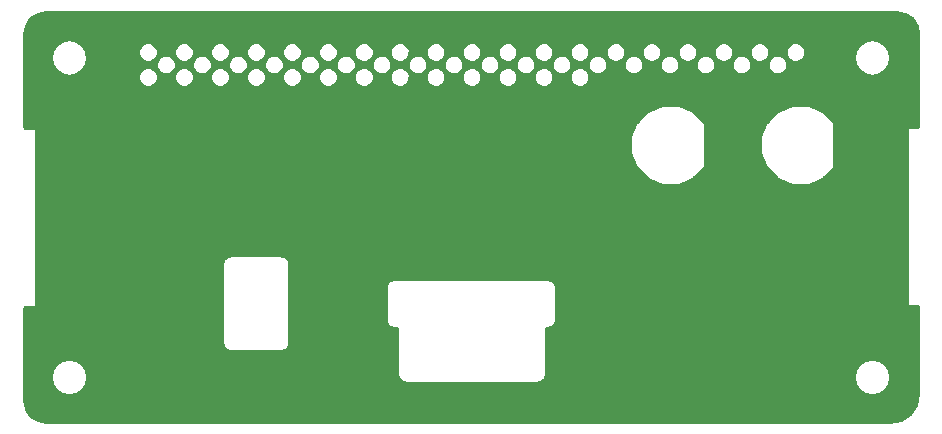
<source format=gbl>
G04 #@! TF.FileFunction,Copper,L2,Bot,Signal*
%FSLAX46Y46*%
G04 Gerber Fmt 4.6, Leading zero omitted, Abs format (unit mm)*
G04 Created by KiCad (PCBNEW (2016-10-28 revision 192d4b8)-makepkg) date 11/04/16 19:07:24*
%MOMM*%
%LPD*%
G01*
G04 APERTURE LIST*
%ADD10C,0.150000*%
%ADD11C,0.800000*%
%ADD12C,0.254000*%
G04 APERTURE END LIST*
D10*
D11*
X51024854Y-12189422D03*
X51540656Y-10264422D03*
X52949854Y-8855224D03*
X54874854Y-8339422D03*
X56799854Y-8855224D03*
X58209052Y-10264422D03*
X58224854Y-12189422D03*
X58209052Y-14114422D03*
X56799854Y-15523620D03*
X54874854Y-16039422D03*
X52949854Y-15523620D03*
X51540656Y-14114422D03*
X62540656Y-14114422D03*
X63949854Y-15523620D03*
X65874854Y-16039422D03*
X67799854Y-15523620D03*
X69209052Y-14114422D03*
X69224854Y-12189422D03*
X69209052Y-10264422D03*
X67799854Y-8855224D03*
X65874854Y-8339422D03*
X63949854Y-8855224D03*
X62540656Y-10264422D03*
X62024854Y-12189422D03*
D12*
G36*
X74716539Y-1096996D02*
X75320070Y-1500261D01*
X75723335Y-2103792D01*
X75867627Y-2829199D01*
X75867627Y-10522209D01*
X75852739Y-10597056D01*
X75817988Y-10649064D01*
X75765979Y-10683816D01*
X75691132Y-10698704D01*
X75014626Y-10698704D01*
X74962198Y-10709133D01*
X74917752Y-10738830D01*
X74888055Y-10783276D01*
X74877626Y-10835704D01*
X74877627Y-25675704D01*
X74888056Y-25728132D01*
X74917753Y-25772578D01*
X74962199Y-25802275D01*
X75014627Y-25812704D01*
X75691132Y-25812704D01*
X75765979Y-25827592D01*
X75817988Y-25862344D01*
X75852739Y-25914352D01*
X75867627Y-25989199D01*
X75867627Y-33302209D01*
X75686035Y-34215133D01*
X75176553Y-34977627D01*
X74414056Y-35487112D01*
X73501122Y-35668706D01*
X2028113Y-35678702D01*
X1302715Y-35534412D01*
X699184Y-35131147D01*
X295919Y-34527616D01*
X151627Y-33802209D01*
X151627Y-31850704D01*
X2422627Y-31850704D01*
X2539624Y-32438888D01*
X2872804Y-32937527D01*
X3371443Y-33270707D01*
X3959627Y-33387704D01*
X4547811Y-33270707D01*
X5046450Y-32937527D01*
X5379630Y-32438888D01*
X5496627Y-31850704D01*
X5379630Y-31262520D01*
X5046450Y-30763881D01*
X4547811Y-30430701D01*
X3959627Y-30313704D01*
X3371443Y-30430701D01*
X2872804Y-30763881D01*
X2539624Y-31262520D01*
X2422627Y-31850704D01*
X151627Y-31850704D01*
X151627Y-26089199D01*
X166515Y-26014352D01*
X201267Y-25962343D01*
X253275Y-25927592D01*
X328122Y-25912704D01*
X1004627Y-25912704D01*
X1057055Y-25902275D01*
X1101501Y-25872578D01*
X1131198Y-25828132D01*
X1141627Y-25775704D01*
X1141627Y-22243620D01*
X16922854Y-22243620D01*
X16922854Y-28943620D01*
X16926255Y-28960718D01*
X16926255Y-28978151D01*
X16964315Y-29169493D01*
X16964315Y-29169494D01*
X16990744Y-29233299D01*
X17099129Y-29395508D01*
X17147964Y-29444343D01*
X17310175Y-29552730D01*
X17310176Y-29552731D01*
X17347552Y-29568212D01*
X17373980Y-29579159D01*
X17373981Y-29579159D01*
X17565324Y-29617219D01*
X17582756Y-29617219D01*
X17599854Y-29620620D01*
X21949854Y-29620620D01*
X21966952Y-29617219D01*
X21984385Y-29617219D01*
X22175727Y-29579159D01*
X22175728Y-29579159D01*
X22239533Y-29552730D01*
X22401744Y-29444343D01*
X22450579Y-29395508D01*
X22558964Y-29233299D01*
X22558965Y-29233298D01*
X22585393Y-29169493D01*
X22623453Y-28978150D01*
X22623453Y-28960718D01*
X22626854Y-28943620D01*
X22626854Y-24243620D01*
X30772854Y-24243620D01*
X30772854Y-27023620D01*
X30776255Y-27040718D01*
X30776255Y-27058151D01*
X30814315Y-27249493D01*
X30814315Y-27249494D01*
X30840744Y-27313299D01*
X30949129Y-27475508D01*
X30997964Y-27524343D01*
X31160175Y-27632730D01*
X31160176Y-27632731D01*
X31197552Y-27648212D01*
X31223980Y-27659159D01*
X31223981Y-27659159D01*
X31415324Y-27697219D01*
X31432756Y-27697219D01*
X31449854Y-27700620D01*
X31772854Y-27700620D01*
X31772854Y-31643620D01*
X31776255Y-31660718D01*
X31776255Y-31678151D01*
X31814315Y-31869493D01*
X31814315Y-31869494D01*
X31840744Y-31933299D01*
X31949129Y-32095508D01*
X31997964Y-32144343D01*
X32160175Y-32252730D01*
X32160176Y-32252731D01*
X32197552Y-32268212D01*
X32223980Y-32279159D01*
X32223981Y-32279159D01*
X32415324Y-32317219D01*
X32432756Y-32317219D01*
X32449854Y-32320620D01*
X43649854Y-32320620D01*
X43666952Y-32317219D01*
X43684385Y-32317219D01*
X43875727Y-32279159D01*
X43875728Y-32279159D01*
X43939533Y-32252730D01*
X44101744Y-32144343D01*
X44150579Y-32095508D01*
X44258964Y-31933299D01*
X44258965Y-31933298D01*
X44274446Y-31895922D01*
X44282820Y-31875704D01*
X70397627Y-31875704D01*
X70514624Y-32463888D01*
X70847804Y-32962527D01*
X71346443Y-33295707D01*
X71934627Y-33412704D01*
X72522811Y-33295707D01*
X73021450Y-32962527D01*
X73354630Y-32463888D01*
X73471627Y-31875704D01*
X73354630Y-31287520D01*
X73021450Y-30788881D01*
X72522811Y-30455701D01*
X71934627Y-30338704D01*
X71346443Y-30455701D01*
X70847804Y-30788881D01*
X70514624Y-31287520D01*
X70397627Y-31875704D01*
X44282820Y-31875704D01*
X44285393Y-31869494D01*
X44285393Y-31869493D01*
X44323453Y-31678150D01*
X44323453Y-31660718D01*
X44326854Y-31643620D01*
X44326854Y-27700620D01*
X44499854Y-27700620D01*
X44516952Y-27697219D01*
X44534385Y-27697219D01*
X44725727Y-27659159D01*
X44725728Y-27659159D01*
X44789533Y-27632730D01*
X44951744Y-27524343D01*
X45000579Y-27475508D01*
X45108964Y-27313299D01*
X45108965Y-27313298D01*
X45135393Y-27249493D01*
X45173453Y-27058150D01*
X45173453Y-27040718D01*
X45176854Y-27023620D01*
X45176854Y-24243620D01*
X45173453Y-24226522D01*
X45173453Y-24209090D01*
X45135393Y-24017747D01*
X45108965Y-23953942D01*
X45108964Y-23953941D01*
X45000577Y-23791730D01*
X44951742Y-23742895D01*
X44789533Y-23634510D01*
X44725728Y-23608081D01*
X44725727Y-23608081D01*
X44534385Y-23570021D01*
X44516952Y-23570021D01*
X44499854Y-23566620D01*
X31449854Y-23566620D01*
X31432756Y-23570021D01*
X31415324Y-23570021D01*
X31223981Y-23608081D01*
X31223980Y-23608081D01*
X31198918Y-23618462D01*
X31160176Y-23634509D01*
X31160175Y-23634510D01*
X30997966Y-23742895D01*
X30949131Y-23791730D01*
X30840744Y-23953941D01*
X30840744Y-23953942D01*
X30814315Y-24017747D01*
X30776255Y-24209089D01*
X30776255Y-24226522D01*
X30772854Y-24243620D01*
X22626854Y-24243620D01*
X22626854Y-22243620D01*
X22623453Y-22226522D01*
X22623453Y-22209090D01*
X22585393Y-22017747D01*
X22558965Y-21953942D01*
X22558964Y-21953941D01*
X22450577Y-21791730D01*
X22401742Y-21742895D01*
X22239533Y-21634510D01*
X22175728Y-21608081D01*
X22175727Y-21608081D01*
X21984385Y-21570021D01*
X21966952Y-21570021D01*
X21949854Y-21566620D01*
X17599854Y-21566620D01*
X17582756Y-21570021D01*
X17565324Y-21570021D01*
X17373981Y-21608081D01*
X17373980Y-21608081D01*
X17348918Y-21618462D01*
X17310176Y-21634509D01*
X17310175Y-21634510D01*
X17147966Y-21742895D01*
X17099131Y-21791730D01*
X16990744Y-21953941D01*
X16990744Y-21953942D01*
X16964315Y-22017747D01*
X16926255Y-22209089D01*
X16926255Y-22226522D01*
X16922854Y-22243620D01*
X1141627Y-22243620D01*
X1141627Y-12818441D01*
X51483802Y-12818441D01*
X51499061Y-12895766D01*
X51499062Y-12895767D01*
X51982645Y-14068255D01*
X51982646Y-14068260D01*
X51988472Y-14077007D01*
X52026335Y-14133860D01*
X52026338Y-14133862D01*
X52921800Y-15032038D01*
X52921802Y-15032041D01*
X52948076Y-15049655D01*
X52987269Y-15075929D01*
X52987274Y-15075930D01*
X54158289Y-15563058D01*
X54158293Y-15563061D01*
X54235571Y-15578554D01*
X55503873Y-15580474D01*
X55581198Y-15565215D01*
X55581200Y-15565213D01*
X56753687Y-15081631D01*
X56753692Y-15081630D01*
X56793068Y-15055406D01*
X56819292Y-15037941D01*
X56819294Y-15037938D01*
X57717473Y-14142473D01*
X57717558Y-14142346D01*
X57717690Y-14142258D01*
X57739606Y-14109459D01*
X57761361Y-14077007D01*
X57761392Y-14076853D01*
X57761478Y-14076724D01*
X57769035Y-14038732D01*
X57776855Y-13999728D01*
X57776824Y-13999572D01*
X57776854Y-13999422D01*
X57776854Y-12818441D01*
X62483802Y-12818441D01*
X62499061Y-12895766D01*
X62499062Y-12895767D01*
X62982645Y-14068255D01*
X62982646Y-14068260D01*
X62988472Y-14077007D01*
X63026335Y-14133860D01*
X63026338Y-14133862D01*
X63921800Y-15032038D01*
X63921802Y-15032041D01*
X63948076Y-15049655D01*
X63987269Y-15075929D01*
X63987274Y-15075930D01*
X65158289Y-15563058D01*
X65158293Y-15563061D01*
X65235571Y-15578554D01*
X66503873Y-15580474D01*
X66581198Y-15565215D01*
X66581200Y-15565213D01*
X67753687Y-15081631D01*
X67753692Y-15081630D01*
X67793068Y-15055406D01*
X67819292Y-15037941D01*
X67819294Y-15037938D01*
X68717473Y-14142473D01*
X68717558Y-14142346D01*
X68717690Y-14142258D01*
X68739606Y-14109459D01*
X68761361Y-14077007D01*
X68761392Y-14076853D01*
X68761478Y-14076724D01*
X68769035Y-14038732D01*
X68776855Y-13999728D01*
X68776824Y-13999572D01*
X68776854Y-13999422D01*
X68776854Y-10379427D01*
X68776855Y-10379422D01*
X68761478Y-10302120D01*
X68717690Y-10236586D01*
X67827690Y-9346586D01*
X67794812Y-9324618D01*
X67762439Y-9302916D01*
X67762157Y-9302799D01*
X67762156Y-9302798D01*
X67762155Y-9302798D01*
X66591416Y-8815784D01*
X66591417Y-8815784D01*
X66591415Y-8815783D01*
X66529630Y-8803396D01*
X66514137Y-8800290D01*
X66514136Y-8800290D01*
X65245835Y-8798370D01*
X65168510Y-8813629D01*
X63996021Y-9297213D01*
X63996016Y-9297214D01*
X63930417Y-9340903D01*
X63032235Y-10236370D01*
X62988347Y-10301837D01*
X62988346Y-10301842D01*
X62501217Y-11472859D01*
X62501215Y-11472861D01*
X62485722Y-11550140D01*
X62483802Y-12818441D01*
X57776854Y-12818441D01*
X57776854Y-10379427D01*
X57776855Y-10379422D01*
X57761478Y-10302120D01*
X57717690Y-10236586D01*
X56827690Y-9346586D01*
X56794812Y-9324618D01*
X56762439Y-9302916D01*
X56762157Y-9302799D01*
X56762156Y-9302798D01*
X56762155Y-9302798D01*
X55591416Y-8815784D01*
X55591417Y-8815784D01*
X55591415Y-8815783D01*
X55529630Y-8803396D01*
X55514137Y-8800290D01*
X55514136Y-8800290D01*
X54245835Y-8798370D01*
X54168510Y-8813629D01*
X52996021Y-9297213D01*
X52996016Y-9297214D01*
X52930417Y-9340903D01*
X52032235Y-10236370D01*
X51988347Y-10301837D01*
X51988346Y-10301842D01*
X51501217Y-11472859D01*
X51501215Y-11472861D01*
X51485722Y-11550140D01*
X51483802Y-12818441D01*
X1141627Y-12818441D01*
X1141627Y-10935704D01*
X1131198Y-10883276D01*
X1101501Y-10838830D01*
X1057055Y-10809133D01*
X1004627Y-10798704D01*
X328122Y-10798704D01*
X253275Y-10783816D01*
X201267Y-10749065D01*
X166515Y-10697056D01*
X151627Y-10622209D01*
X151627Y-6619483D01*
X9822984Y-6619483D01*
X9948622Y-6923550D01*
X10181057Y-7156392D01*
X10484905Y-7282560D01*
X10813906Y-7282847D01*
X11117973Y-7157209D01*
X11350815Y-6924774D01*
X11476983Y-6620926D01*
X11476984Y-6619483D01*
X12868484Y-6619483D01*
X12994122Y-6923550D01*
X13226557Y-7156392D01*
X13530405Y-7282560D01*
X13859406Y-7282847D01*
X14163473Y-7157209D01*
X14396315Y-6924774D01*
X14522483Y-6620926D01*
X14522484Y-6619483D01*
X15913984Y-6619483D01*
X16039622Y-6923550D01*
X16272057Y-7156392D01*
X16575905Y-7282560D01*
X16904906Y-7282847D01*
X17208973Y-7157209D01*
X17441815Y-6924774D01*
X17567983Y-6620926D01*
X17567984Y-6619483D01*
X18959484Y-6619483D01*
X19085122Y-6923550D01*
X19317557Y-7156392D01*
X19621405Y-7282560D01*
X19950406Y-7282847D01*
X20254473Y-7157209D01*
X20487315Y-6924774D01*
X20613483Y-6620926D01*
X20613484Y-6619483D01*
X22004984Y-6619483D01*
X22130622Y-6923550D01*
X22363057Y-7156392D01*
X22666905Y-7282560D01*
X22995906Y-7282847D01*
X23299973Y-7157209D01*
X23532815Y-6924774D01*
X23658983Y-6620926D01*
X23658984Y-6619483D01*
X25050484Y-6619483D01*
X25176122Y-6923550D01*
X25408557Y-7156392D01*
X25712405Y-7282560D01*
X26041406Y-7282847D01*
X26345473Y-7157209D01*
X26578315Y-6924774D01*
X26704483Y-6620926D01*
X26704484Y-6619483D01*
X28095984Y-6619483D01*
X28221622Y-6923550D01*
X28454057Y-7156392D01*
X28757905Y-7282560D01*
X29086906Y-7282847D01*
X29390973Y-7157209D01*
X29623815Y-6924774D01*
X29749983Y-6620926D01*
X29749984Y-6619483D01*
X31141484Y-6619483D01*
X31267122Y-6923550D01*
X31499557Y-7156392D01*
X31803405Y-7282560D01*
X32132406Y-7282847D01*
X32436473Y-7157209D01*
X32669315Y-6924774D01*
X32795483Y-6620926D01*
X32795484Y-6619483D01*
X34186984Y-6619483D01*
X34312622Y-6923550D01*
X34545057Y-7156392D01*
X34848905Y-7282560D01*
X35177906Y-7282847D01*
X35481973Y-7157209D01*
X35714815Y-6924774D01*
X35840983Y-6620926D01*
X35840984Y-6619483D01*
X37232484Y-6619483D01*
X37358122Y-6923550D01*
X37590557Y-7156392D01*
X37894405Y-7282560D01*
X38223406Y-7282847D01*
X38527473Y-7157209D01*
X38760315Y-6924774D01*
X38886483Y-6620926D01*
X38886484Y-6619483D01*
X40277984Y-6619483D01*
X40403622Y-6923550D01*
X40636057Y-7156392D01*
X40939905Y-7282560D01*
X41268906Y-7282847D01*
X41572973Y-7157209D01*
X41805815Y-6924774D01*
X41931983Y-6620926D01*
X41931984Y-6619483D01*
X43323484Y-6619483D01*
X43449122Y-6923550D01*
X43681557Y-7156392D01*
X43985405Y-7282560D01*
X44314406Y-7282847D01*
X44618473Y-7157209D01*
X44851315Y-6924774D01*
X44977483Y-6620926D01*
X44977484Y-6619483D01*
X46368984Y-6619483D01*
X46494622Y-6923550D01*
X46727057Y-7156392D01*
X47030905Y-7282560D01*
X47359906Y-7282847D01*
X47663973Y-7157209D01*
X47896815Y-6924774D01*
X48022983Y-6620926D01*
X48023270Y-6291925D01*
X47897632Y-5987858D01*
X47665197Y-5755016D01*
X47361349Y-5628848D01*
X47032348Y-5628561D01*
X46728281Y-5754199D01*
X46495439Y-5986634D01*
X46369271Y-6290482D01*
X46368984Y-6619483D01*
X44977484Y-6619483D01*
X44977770Y-6291925D01*
X44852132Y-5987858D01*
X44619697Y-5755016D01*
X44315849Y-5628848D01*
X43986848Y-5628561D01*
X43682781Y-5754199D01*
X43449939Y-5986634D01*
X43323771Y-6290482D01*
X43323484Y-6619483D01*
X41931984Y-6619483D01*
X41932270Y-6291925D01*
X41806632Y-5987858D01*
X41574197Y-5755016D01*
X41270349Y-5628848D01*
X40941348Y-5628561D01*
X40637281Y-5754199D01*
X40404439Y-5986634D01*
X40278271Y-6290482D01*
X40277984Y-6619483D01*
X38886484Y-6619483D01*
X38886770Y-6291925D01*
X38761132Y-5987858D01*
X38528697Y-5755016D01*
X38224849Y-5628848D01*
X37895848Y-5628561D01*
X37591781Y-5754199D01*
X37358939Y-5986634D01*
X37232771Y-6290482D01*
X37232484Y-6619483D01*
X35840984Y-6619483D01*
X35841270Y-6291925D01*
X35715632Y-5987858D01*
X35483197Y-5755016D01*
X35179349Y-5628848D01*
X34850348Y-5628561D01*
X34546281Y-5754199D01*
X34313439Y-5986634D01*
X34187271Y-6290482D01*
X34186984Y-6619483D01*
X32795484Y-6619483D01*
X32795770Y-6291925D01*
X32670132Y-5987858D01*
X32437697Y-5755016D01*
X32133849Y-5628848D01*
X31804848Y-5628561D01*
X31500781Y-5754199D01*
X31267939Y-5986634D01*
X31141771Y-6290482D01*
X31141484Y-6619483D01*
X29749984Y-6619483D01*
X29750270Y-6291925D01*
X29624632Y-5987858D01*
X29392197Y-5755016D01*
X29088349Y-5628848D01*
X28759348Y-5628561D01*
X28455281Y-5754199D01*
X28222439Y-5986634D01*
X28096271Y-6290482D01*
X28095984Y-6619483D01*
X26704484Y-6619483D01*
X26704770Y-6291925D01*
X26579132Y-5987858D01*
X26346697Y-5755016D01*
X26042849Y-5628848D01*
X25713848Y-5628561D01*
X25409781Y-5754199D01*
X25176939Y-5986634D01*
X25050771Y-6290482D01*
X25050484Y-6619483D01*
X23658984Y-6619483D01*
X23659270Y-6291925D01*
X23533632Y-5987858D01*
X23301197Y-5755016D01*
X22997349Y-5628848D01*
X22668348Y-5628561D01*
X22364281Y-5754199D01*
X22131439Y-5986634D01*
X22005271Y-6290482D01*
X22004984Y-6619483D01*
X20613484Y-6619483D01*
X20613770Y-6291925D01*
X20488132Y-5987858D01*
X20255697Y-5755016D01*
X19951849Y-5628848D01*
X19622848Y-5628561D01*
X19318781Y-5754199D01*
X19085939Y-5986634D01*
X18959771Y-6290482D01*
X18959484Y-6619483D01*
X17567984Y-6619483D01*
X17568270Y-6291925D01*
X17442632Y-5987858D01*
X17210197Y-5755016D01*
X16906349Y-5628848D01*
X16577348Y-5628561D01*
X16273281Y-5754199D01*
X16040439Y-5986634D01*
X15914271Y-6290482D01*
X15913984Y-6619483D01*
X14522484Y-6619483D01*
X14522770Y-6291925D01*
X14397132Y-5987858D01*
X14164697Y-5755016D01*
X13860849Y-5628848D01*
X13531848Y-5628561D01*
X13227781Y-5754199D01*
X12994939Y-5986634D01*
X12868771Y-6290482D01*
X12868484Y-6619483D01*
X11476984Y-6619483D01*
X11477270Y-6291925D01*
X11351632Y-5987858D01*
X11119197Y-5755016D01*
X10815349Y-5628848D01*
X10486348Y-5628561D01*
X10182281Y-5754199D01*
X9949439Y-5986634D01*
X9823271Y-6290482D01*
X9822984Y-6619483D01*
X151627Y-6619483D01*
X151627Y-4800704D01*
X2422627Y-4800704D01*
X2539624Y-5388888D01*
X2872804Y-5887527D01*
X3371443Y-6220707D01*
X3959627Y-6337704D01*
X4547811Y-6220707D01*
X5046450Y-5887527D01*
X5252278Y-5579483D01*
X11342984Y-5579483D01*
X11468622Y-5883550D01*
X11701057Y-6116392D01*
X12004905Y-6242560D01*
X12333906Y-6242847D01*
X12637973Y-6117209D01*
X12870815Y-5884774D01*
X12996983Y-5580926D01*
X12996984Y-5579483D01*
X14388484Y-5579483D01*
X14514122Y-5883550D01*
X14746557Y-6116392D01*
X15050405Y-6242560D01*
X15379406Y-6242847D01*
X15683473Y-6117209D01*
X15916315Y-5884774D01*
X16042483Y-5580926D01*
X16042484Y-5579483D01*
X17433984Y-5579483D01*
X17559622Y-5883550D01*
X17792057Y-6116392D01*
X18095905Y-6242560D01*
X18424906Y-6242847D01*
X18728973Y-6117209D01*
X18961815Y-5884774D01*
X19087983Y-5580926D01*
X19087984Y-5579483D01*
X20479484Y-5579483D01*
X20605122Y-5883550D01*
X20837557Y-6116392D01*
X21141405Y-6242560D01*
X21470406Y-6242847D01*
X21774473Y-6117209D01*
X22007315Y-5884774D01*
X22133483Y-5580926D01*
X22133484Y-5579483D01*
X23524984Y-5579483D01*
X23650622Y-5883550D01*
X23883057Y-6116392D01*
X24186905Y-6242560D01*
X24515906Y-6242847D01*
X24819973Y-6117209D01*
X25052815Y-5884774D01*
X25178983Y-5580926D01*
X25178984Y-5579483D01*
X26570484Y-5579483D01*
X26696122Y-5883550D01*
X26928557Y-6116392D01*
X27232405Y-6242560D01*
X27561406Y-6242847D01*
X27865473Y-6117209D01*
X28098315Y-5884774D01*
X28224483Y-5580926D01*
X28224484Y-5579483D01*
X29615984Y-5579483D01*
X29741622Y-5883550D01*
X29974057Y-6116392D01*
X30277905Y-6242560D01*
X30606906Y-6242847D01*
X30910973Y-6117209D01*
X31143815Y-5884774D01*
X31269983Y-5580926D01*
X31269984Y-5579483D01*
X32661484Y-5579483D01*
X32787122Y-5883550D01*
X33019557Y-6116392D01*
X33323405Y-6242560D01*
X33652406Y-6242847D01*
X33956473Y-6117209D01*
X34189315Y-5884774D01*
X34315483Y-5580926D01*
X34315484Y-5579483D01*
X35706984Y-5579483D01*
X35832622Y-5883550D01*
X36065057Y-6116392D01*
X36368905Y-6242560D01*
X36697906Y-6242847D01*
X37001973Y-6117209D01*
X37234815Y-5884774D01*
X37360983Y-5580926D01*
X37360984Y-5579483D01*
X38752484Y-5579483D01*
X38878122Y-5883550D01*
X39110557Y-6116392D01*
X39414405Y-6242560D01*
X39743406Y-6242847D01*
X40047473Y-6117209D01*
X40280315Y-5884774D01*
X40406483Y-5580926D01*
X40406484Y-5579483D01*
X41797984Y-5579483D01*
X41923622Y-5883550D01*
X42156057Y-6116392D01*
X42459905Y-6242560D01*
X42788906Y-6242847D01*
X43092973Y-6117209D01*
X43325815Y-5884774D01*
X43451983Y-5580926D01*
X43451984Y-5579483D01*
X44843484Y-5579483D01*
X44969122Y-5883550D01*
X45201557Y-6116392D01*
X45505405Y-6242560D01*
X45834406Y-6242847D01*
X46138473Y-6117209D01*
X46371315Y-5884774D01*
X46497483Y-5580926D01*
X46497484Y-5579483D01*
X47888984Y-5579483D01*
X48014622Y-5883550D01*
X48247057Y-6116392D01*
X48550905Y-6242560D01*
X48879906Y-6242847D01*
X49183973Y-6117209D01*
X49416815Y-5884774D01*
X49542983Y-5580926D01*
X49542984Y-5579483D01*
X50934484Y-5579483D01*
X51060122Y-5883550D01*
X51292557Y-6116392D01*
X51596405Y-6242560D01*
X51925406Y-6242847D01*
X52229473Y-6117209D01*
X52462315Y-5884774D01*
X52588483Y-5580926D01*
X52588484Y-5579483D01*
X53979984Y-5579483D01*
X54105622Y-5883550D01*
X54338057Y-6116392D01*
X54641905Y-6242560D01*
X54970906Y-6242847D01*
X55274973Y-6117209D01*
X55507815Y-5884774D01*
X55633983Y-5580926D01*
X55633984Y-5579483D01*
X57025484Y-5579483D01*
X57151122Y-5883550D01*
X57383557Y-6116392D01*
X57687405Y-6242560D01*
X58016406Y-6242847D01*
X58320473Y-6117209D01*
X58553315Y-5884774D01*
X58679483Y-5580926D01*
X58679484Y-5579483D01*
X60070984Y-5579483D01*
X60196622Y-5883550D01*
X60429057Y-6116392D01*
X60732905Y-6242560D01*
X61061906Y-6242847D01*
X61365973Y-6117209D01*
X61598815Y-5884774D01*
X61724983Y-5580926D01*
X61724984Y-5579483D01*
X63116484Y-5579483D01*
X63242122Y-5883550D01*
X63474557Y-6116392D01*
X63778405Y-6242560D01*
X64107406Y-6242847D01*
X64411473Y-6117209D01*
X64644315Y-5884774D01*
X64770483Y-5580926D01*
X64770770Y-5251925D01*
X64645132Y-4947858D01*
X64412697Y-4715016D01*
X64108849Y-4588848D01*
X63779848Y-4588561D01*
X63475781Y-4714199D01*
X63242939Y-4946634D01*
X63116771Y-5250482D01*
X63116484Y-5579483D01*
X61724984Y-5579483D01*
X61725270Y-5251925D01*
X61599632Y-4947858D01*
X61367197Y-4715016D01*
X61063349Y-4588848D01*
X60734348Y-4588561D01*
X60430281Y-4714199D01*
X60197439Y-4946634D01*
X60071271Y-5250482D01*
X60070984Y-5579483D01*
X58679484Y-5579483D01*
X58679770Y-5251925D01*
X58554132Y-4947858D01*
X58321697Y-4715016D01*
X58017849Y-4588848D01*
X57688848Y-4588561D01*
X57384781Y-4714199D01*
X57151939Y-4946634D01*
X57025771Y-5250482D01*
X57025484Y-5579483D01*
X55633984Y-5579483D01*
X55634270Y-5251925D01*
X55508632Y-4947858D01*
X55276197Y-4715016D01*
X54972349Y-4588848D01*
X54643348Y-4588561D01*
X54339281Y-4714199D01*
X54106439Y-4946634D01*
X53980271Y-5250482D01*
X53979984Y-5579483D01*
X52588484Y-5579483D01*
X52588770Y-5251925D01*
X52463132Y-4947858D01*
X52230697Y-4715016D01*
X51926849Y-4588848D01*
X51597848Y-4588561D01*
X51293781Y-4714199D01*
X51060939Y-4946634D01*
X50934771Y-5250482D01*
X50934484Y-5579483D01*
X49542984Y-5579483D01*
X49543270Y-5251925D01*
X49417632Y-4947858D01*
X49185197Y-4715016D01*
X48881349Y-4588848D01*
X48552348Y-4588561D01*
X48248281Y-4714199D01*
X48015439Y-4946634D01*
X47889271Y-5250482D01*
X47888984Y-5579483D01*
X46497484Y-5579483D01*
X46497770Y-5251925D01*
X46372132Y-4947858D01*
X46139697Y-4715016D01*
X45835849Y-4588848D01*
X45506848Y-4588561D01*
X45202781Y-4714199D01*
X44969939Y-4946634D01*
X44843771Y-5250482D01*
X44843484Y-5579483D01*
X43451984Y-5579483D01*
X43452270Y-5251925D01*
X43326632Y-4947858D01*
X43094197Y-4715016D01*
X42790349Y-4588848D01*
X42461348Y-4588561D01*
X42157281Y-4714199D01*
X41924439Y-4946634D01*
X41798271Y-5250482D01*
X41797984Y-5579483D01*
X40406484Y-5579483D01*
X40406770Y-5251925D01*
X40281132Y-4947858D01*
X40048697Y-4715016D01*
X39744849Y-4588848D01*
X39415848Y-4588561D01*
X39111781Y-4714199D01*
X38878939Y-4946634D01*
X38752771Y-5250482D01*
X38752484Y-5579483D01*
X37360984Y-5579483D01*
X37361270Y-5251925D01*
X37235632Y-4947858D01*
X37003197Y-4715016D01*
X36699349Y-4588848D01*
X36370348Y-4588561D01*
X36066281Y-4714199D01*
X35833439Y-4946634D01*
X35707271Y-5250482D01*
X35706984Y-5579483D01*
X34315484Y-5579483D01*
X34315770Y-5251925D01*
X34190132Y-4947858D01*
X33957697Y-4715016D01*
X33653849Y-4588848D01*
X33324848Y-4588561D01*
X33020781Y-4714199D01*
X32787939Y-4946634D01*
X32661771Y-5250482D01*
X32661484Y-5579483D01*
X31269984Y-5579483D01*
X31270270Y-5251925D01*
X31144632Y-4947858D01*
X30912197Y-4715016D01*
X30608349Y-4588848D01*
X30279348Y-4588561D01*
X29975281Y-4714199D01*
X29742439Y-4946634D01*
X29616271Y-5250482D01*
X29615984Y-5579483D01*
X28224484Y-5579483D01*
X28224770Y-5251925D01*
X28099132Y-4947858D01*
X27866697Y-4715016D01*
X27562849Y-4588848D01*
X27233848Y-4588561D01*
X26929781Y-4714199D01*
X26696939Y-4946634D01*
X26570771Y-5250482D01*
X26570484Y-5579483D01*
X25178984Y-5579483D01*
X25179270Y-5251925D01*
X25053632Y-4947858D01*
X24821197Y-4715016D01*
X24517349Y-4588848D01*
X24188348Y-4588561D01*
X23884281Y-4714199D01*
X23651439Y-4946634D01*
X23525271Y-5250482D01*
X23524984Y-5579483D01*
X22133484Y-5579483D01*
X22133770Y-5251925D01*
X22008132Y-4947858D01*
X21775697Y-4715016D01*
X21471849Y-4588848D01*
X21142848Y-4588561D01*
X20838781Y-4714199D01*
X20605939Y-4946634D01*
X20479771Y-5250482D01*
X20479484Y-5579483D01*
X19087984Y-5579483D01*
X19088270Y-5251925D01*
X18962632Y-4947858D01*
X18730197Y-4715016D01*
X18426349Y-4588848D01*
X18097348Y-4588561D01*
X17793281Y-4714199D01*
X17560439Y-4946634D01*
X17434271Y-5250482D01*
X17433984Y-5579483D01*
X16042484Y-5579483D01*
X16042770Y-5251925D01*
X15917132Y-4947858D01*
X15684697Y-4715016D01*
X15380849Y-4588848D01*
X15051848Y-4588561D01*
X14747781Y-4714199D01*
X14514939Y-4946634D01*
X14388771Y-5250482D01*
X14388484Y-5579483D01*
X12996984Y-5579483D01*
X12997270Y-5251925D01*
X12871632Y-4947858D01*
X12639197Y-4715016D01*
X12335349Y-4588848D01*
X12006348Y-4588561D01*
X11702281Y-4714199D01*
X11469439Y-4946634D01*
X11343271Y-5250482D01*
X11342984Y-5579483D01*
X5252278Y-5579483D01*
X5379630Y-5388888D01*
X5496627Y-4800704D01*
X5440689Y-4519483D01*
X9822984Y-4519483D01*
X9948622Y-4823550D01*
X10181057Y-5056392D01*
X10484905Y-5182560D01*
X10813906Y-5182847D01*
X11117973Y-5057209D01*
X11350815Y-4824774D01*
X11476983Y-4520926D01*
X11476984Y-4519483D01*
X12868484Y-4519483D01*
X12994122Y-4823550D01*
X13226557Y-5056392D01*
X13530405Y-5182560D01*
X13859406Y-5182847D01*
X14163473Y-5057209D01*
X14396315Y-4824774D01*
X14522483Y-4520926D01*
X14522484Y-4519483D01*
X15913984Y-4519483D01*
X16039622Y-4823550D01*
X16272057Y-5056392D01*
X16575905Y-5182560D01*
X16904906Y-5182847D01*
X17208973Y-5057209D01*
X17441815Y-4824774D01*
X17567983Y-4520926D01*
X17567984Y-4519483D01*
X18959484Y-4519483D01*
X19085122Y-4823550D01*
X19317557Y-5056392D01*
X19621405Y-5182560D01*
X19950406Y-5182847D01*
X20254473Y-5057209D01*
X20487315Y-4824774D01*
X20613483Y-4520926D01*
X20613484Y-4519483D01*
X22004984Y-4519483D01*
X22130622Y-4823550D01*
X22363057Y-5056392D01*
X22666905Y-5182560D01*
X22995906Y-5182847D01*
X23299973Y-5057209D01*
X23532815Y-4824774D01*
X23658983Y-4520926D01*
X23658984Y-4519483D01*
X25050484Y-4519483D01*
X25176122Y-4823550D01*
X25408557Y-5056392D01*
X25712405Y-5182560D01*
X26041406Y-5182847D01*
X26345473Y-5057209D01*
X26578315Y-4824774D01*
X26704483Y-4520926D01*
X26704484Y-4519483D01*
X28095984Y-4519483D01*
X28221622Y-4823550D01*
X28454057Y-5056392D01*
X28757905Y-5182560D01*
X29086906Y-5182847D01*
X29390973Y-5057209D01*
X29623815Y-4824774D01*
X29749983Y-4520926D01*
X29749984Y-4519483D01*
X31141484Y-4519483D01*
X31267122Y-4823550D01*
X31499557Y-5056392D01*
X31803405Y-5182560D01*
X32132406Y-5182847D01*
X32436473Y-5057209D01*
X32669315Y-4824774D01*
X32795483Y-4520926D01*
X32795484Y-4519483D01*
X34186984Y-4519483D01*
X34312622Y-4823550D01*
X34545057Y-5056392D01*
X34848905Y-5182560D01*
X35177906Y-5182847D01*
X35481973Y-5057209D01*
X35714815Y-4824774D01*
X35840983Y-4520926D01*
X35840984Y-4519483D01*
X37232484Y-4519483D01*
X37358122Y-4823550D01*
X37590557Y-5056392D01*
X37894405Y-5182560D01*
X38223406Y-5182847D01*
X38527473Y-5057209D01*
X38760315Y-4824774D01*
X38886483Y-4520926D01*
X38886484Y-4519483D01*
X40277984Y-4519483D01*
X40403622Y-4823550D01*
X40636057Y-5056392D01*
X40939905Y-5182560D01*
X41268906Y-5182847D01*
X41572973Y-5057209D01*
X41805815Y-4824774D01*
X41931983Y-4520926D01*
X41931984Y-4519483D01*
X43323484Y-4519483D01*
X43449122Y-4823550D01*
X43681557Y-5056392D01*
X43985405Y-5182560D01*
X44314406Y-5182847D01*
X44618473Y-5057209D01*
X44851315Y-4824774D01*
X44977483Y-4520926D01*
X44977484Y-4519483D01*
X46368984Y-4519483D01*
X46494622Y-4823550D01*
X46727057Y-5056392D01*
X47030905Y-5182560D01*
X47359906Y-5182847D01*
X47663973Y-5057209D01*
X47896815Y-4824774D01*
X48022983Y-4520926D01*
X48022984Y-4519483D01*
X49414484Y-4519483D01*
X49540122Y-4823550D01*
X49772557Y-5056392D01*
X50076405Y-5182560D01*
X50405406Y-5182847D01*
X50709473Y-5057209D01*
X50942315Y-4824774D01*
X51068483Y-4520926D01*
X51068484Y-4519483D01*
X52459984Y-4519483D01*
X52585622Y-4823550D01*
X52818057Y-5056392D01*
X53121905Y-5182560D01*
X53450906Y-5182847D01*
X53754973Y-5057209D01*
X53987815Y-4824774D01*
X54113983Y-4520926D01*
X54113984Y-4519483D01*
X55505484Y-4519483D01*
X55631122Y-4823550D01*
X55863557Y-5056392D01*
X56167405Y-5182560D01*
X56496406Y-5182847D01*
X56800473Y-5057209D01*
X57033315Y-4824774D01*
X57159483Y-4520926D01*
X57159484Y-4519483D01*
X58550984Y-4519483D01*
X58676622Y-4823550D01*
X58909057Y-5056392D01*
X59212905Y-5182560D01*
X59541906Y-5182847D01*
X59845973Y-5057209D01*
X60078815Y-4824774D01*
X60204983Y-4520926D01*
X60204984Y-4519483D01*
X61596484Y-4519483D01*
X61722122Y-4823550D01*
X61954557Y-5056392D01*
X62258405Y-5182560D01*
X62587406Y-5182847D01*
X62891473Y-5057209D01*
X63124315Y-4824774D01*
X63250483Y-4520926D01*
X63250484Y-4519483D01*
X64641984Y-4519483D01*
X64767622Y-4823550D01*
X65000057Y-5056392D01*
X65303905Y-5182560D01*
X65632906Y-5182847D01*
X65936973Y-5057209D01*
X66169815Y-4824774D01*
X66179809Y-4800704D01*
X70422627Y-4800704D01*
X70539624Y-5388888D01*
X70872804Y-5887527D01*
X71371443Y-6220707D01*
X71959627Y-6337704D01*
X72547811Y-6220707D01*
X73046450Y-5887527D01*
X73379630Y-5388888D01*
X73496627Y-4800704D01*
X73379630Y-4212520D01*
X73046450Y-3713881D01*
X72547811Y-3380701D01*
X71959627Y-3263704D01*
X71371443Y-3380701D01*
X70872804Y-3713881D01*
X70539624Y-4212520D01*
X70422627Y-4800704D01*
X66179809Y-4800704D01*
X66295983Y-4520926D01*
X66296270Y-4191925D01*
X66170632Y-3887858D01*
X65938197Y-3655016D01*
X65634349Y-3528848D01*
X65305348Y-3528561D01*
X65001281Y-3654199D01*
X64768439Y-3886634D01*
X64642271Y-4190482D01*
X64641984Y-4519483D01*
X63250484Y-4519483D01*
X63250770Y-4191925D01*
X63125132Y-3887858D01*
X62892697Y-3655016D01*
X62588849Y-3528848D01*
X62259848Y-3528561D01*
X61955781Y-3654199D01*
X61722939Y-3886634D01*
X61596771Y-4190482D01*
X61596484Y-4519483D01*
X60204984Y-4519483D01*
X60205270Y-4191925D01*
X60079632Y-3887858D01*
X59847197Y-3655016D01*
X59543349Y-3528848D01*
X59214348Y-3528561D01*
X58910281Y-3654199D01*
X58677439Y-3886634D01*
X58551271Y-4190482D01*
X58550984Y-4519483D01*
X57159484Y-4519483D01*
X57159770Y-4191925D01*
X57034132Y-3887858D01*
X56801697Y-3655016D01*
X56497849Y-3528848D01*
X56168848Y-3528561D01*
X55864781Y-3654199D01*
X55631939Y-3886634D01*
X55505771Y-4190482D01*
X55505484Y-4519483D01*
X54113984Y-4519483D01*
X54114270Y-4191925D01*
X53988632Y-3887858D01*
X53756197Y-3655016D01*
X53452349Y-3528848D01*
X53123348Y-3528561D01*
X52819281Y-3654199D01*
X52586439Y-3886634D01*
X52460271Y-4190482D01*
X52459984Y-4519483D01*
X51068484Y-4519483D01*
X51068770Y-4191925D01*
X50943132Y-3887858D01*
X50710697Y-3655016D01*
X50406849Y-3528848D01*
X50077848Y-3528561D01*
X49773781Y-3654199D01*
X49540939Y-3886634D01*
X49414771Y-4190482D01*
X49414484Y-4519483D01*
X48022984Y-4519483D01*
X48023270Y-4191925D01*
X47897632Y-3887858D01*
X47665197Y-3655016D01*
X47361349Y-3528848D01*
X47032348Y-3528561D01*
X46728281Y-3654199D01*
X46495439Y-3886634D01*
X46369271Y-4190482D01*
X46368984Y-4519483D01*
X44977484Y-4519483D01*
X44977770Y-4191925D01*
X44852132Y-3887858D01*
X44619697Y-3655016D01*
X44315849Y-3528848D01*
X43986848Y-3528561D01*
X43682781Y-3654199D01*
X43449939Y-3886634D01*
X43323771Y-4190482D01*
X43323484Y-4519483D01*
X41931984Y-4519483D01*
X41932270Y-4191925D01*
X41806632Y-3887858D01*
X41574197Y-3655016D01*
X41270349Y-3528848D01*
X40941348Y-3528561D01*
X40637281Y-3654199D01*
X40404439Y-3886634D01*
X40278271Y-4190482D01*
X40277984Y-4519483D01*
X38886484Y-4519483D01*
X38886770Y-4191925D01*
X38761132Y-3887858D01*
X38528697Y-3655016D01*
X38224849Y-3528848D01*
X37895848Y-3528561D01*
X37591781Y-3654199D01*
X37358939Y-3886634D01*
X37232771Y-4190482D01*
X37232484Y-4519483D01*
X35840984Y-4519483D01*
X35841270Y-4191925D01*
X35715632Y-3887858D01*
X35483197Y-3655016D01*
X35179349Y-3528848D01*
X34850348Y-3528561D01*
X34546281Y-3654199D01*
X34313439Y-3886634D01*
X34187271Y-4190482D01*
X34186984Y-4519483D01*
X32795484Y-4519483D01*
X32795770Y-4191925D01*
X32670132Y-3887858D01*
X32437697Y-3655016D01*
X32133849Y-3528848D01*
X31804848Y-3528561D01*
X31500781Y-3654199D01*
X31267939Y-3886634D01*
X31141771Y-4190482D01*
X31141484Y-4519483D01*
X29749984Y-4519483D01*
X29750270Y-4191925D01*
X29624632Y-3887858D01*
X29392197Y-3655016D01*
X29088349Y-3528848D01*
X28759348Y-3528561D01*
X28455281Y-3654199D01*
X28222439Y-3886634D01*
X28096271Y-4190482D01*
X28095984Y-4519483D01*
X26704484Y-4519483D01*
X26704770Y-4191925D01*
X26579132Y-3887858D01*
X26346697Y-3655016D01*
X26042849Y-3528848D01*
X25713848Y-3528561D01*
X25409781Y-3654199D01*
X25176939Y-3886634D01*
X25050771Y-4190482D01*
X25050484Y-4519483D01*
X23658984Y-4519483D01*
X23659270Y-4191925D01*
X23533632Y-3887858D01*
X23301197Y-3655016D01*
X22997349Y-3528848D01*
X22668348Y-3528561D01*
X22364281Y-3654199D01*
X22131439Y-3886634D01*
X22005271Y-4190482D01*
X22004984Y-4519483D01*
X20613484Y-4519483D01*
X20613770Y-4191925D01*
X20488132Y-3887858D01*
X20255697Y-3655016D01*
X19951849Y-3528848D01*
X19622848Y-3528561D01*
X19318781Y-3654199D01*
X19085939Y-3886634D01*
X18959771Y-4190482D01*
X18959484Y-4519483D01*
X17567984Y-4519483D01*
X17568270Y-4191925D01*
X17442632Y-3887858D01*
X17210197Y-3655016D01*
X16906349Y-3528848D01*
X16577348Y-3528561D01*
X16273281Y-3654199D01*
X16040439Y-3886634D01*
X15914271Y-4190482D01*
X15913984Y-4519483D01*
X14522484Y-4519483D01*
X14522770Y-4191925D01*
X14397132Y-3887858D01*
X14164697Y-3655016D01*
X13860849Y-3528848D01*
X13531848Y-3528561D01*
X13227781Y-3654199D01*
X12994939Y-3886634D01*
X12868771Y-4190482D01*
X12868484Y-4519483D01*
X11476984Y-4519483D01*
X11477270Y-4191925D01*
X11351632Y-3887858D01*
X11119197Y-3655016D01*
X10815349Y-3528848D01*
X10486348Y-3528561D01*
X10182281Y-3654199D01*
X9949439Y-3886634D01*
X9823271Y-4190482D01*
X9822984Y-4519483D01*
X5440689Y-4519483D01*
X5379630Y-4212520D01*
X5046450Y-3713881D01*
X4547811Y-3380701D01*
X3959627Y-3263704D01*
X3371443Y-3380701D01*
X2872804Y-3713881D01*
X2539624Y-4212520D01*
X2422627Y-4800704D01*
X151627Y-4800704D01*
X151627Y-2829200D01*
X295919Y-2103793D01*
X699184Y-1500262D01*
X1302712Y-1096997D01*
X2028121Y-952704D01*
X73991132Y-952704D01*
X74716539Y-1096996D01*
X74716539Y-1096996D01*
G37*
X74716539Y-1096996D02*
X75320070Y-1500261D01*
X75723335Y-2103792D01*
X75867627Y-2829199D01*
X75867627Y-10522209D01*
X75852739Y-10597056D01*
X75817988Y-10649064D01*
X75765979Y-10683816D01*
X75691132Y-10698704D01*
X75014626Y-10698704D01*
X74962198Y-10709133D01*
X74917752Y-10738830D01*
X74888055Y-10783276D01*
X74877626Y-10835704D01*
X74877627Y-25675704D01*
X74888056Y-25728132D01*
X74917753Y-25772578D01*
X74962199Y-25802275D01*
X75014627Y-25812704D01*
X75691132Y-25812704D01*
X75765979Y-25827592D01*
X75817988Y-25862344D01*
X75852739Y-25914352D01*
X75867627Y-25989199D01*
X75867627Y-33302209D01*
X75686035Y-34215133D01*
X75176553Y-34977627D01*
X74414056Y-35487112D01*
X73501122Y-35668706D01*
X2028113Y-35678702D01*
X1302715Y-35534412D01*
X699184Y-35131147D01*
X295919Y-34527616D01*
X151627Y-33802209D01*
X151627Y-31850704D01*
X2422627Y-31850704D01*
X2539624Y-32438888D01*
X2872804Y-32937527D01*
X3371443Y-33270707D01*
X3959627Y-33387704D01*
X4547811Y-33270707D01*
X5046450Y-32937527D01*
X5379630Y-32438888D01*
X5496627Y-31850704D01*
X5379630Y-31262520D01*
X5046450Y-30763881D01*
X4547811Y-30430701D01*
X3959627Y-30313704D01*
X3371443Y-30430701D01*
X2872804Y-30763881D01*
X2539624Y-31262520D01*
X2422627Y-31850704D01*
X151627Y-31850704D01*
X151627Y-26089199D01*
X166515Y-26014352D01*
X201267Y-25962343D01*
X253275Y-25927592D01*
X328122Y-25912704D01*
X1004627Y-25912704D01*
X1057055Y-25902275D01*
X1101501Y-25872578D01*
X1131198Y-25828132D01*
X1141627Y-25775704D01*
X1141627Y-22243620D01*
X16922854Y-22243620D01*
X16922854Y-28943620D01*
X16926255Y-28960718D01*
X16926255Y-28978151D01*
X16964315Y-29169493D01*
X16964315Y-29169494D01*
X16990744Y-29233299D01*
X17099129Y-29395508D01*
X17147964Y-29444343D01*
X17310175Y-29552730D01*
X17310176Y-29552731D01*
X17347552Y-29568212D01*
X17373980Y-29579159D01*
X17373981Y-29579159D01*
X17565324Y-29617219D01*
X17582756Y-29617219D01*
X17599854Y-29620620D01*
X21949854Y-29620620D01*
X21966952Y-29617219D01*
X21984385Y-29617219D01*
X22175727Y-29579159D01*
X22175728Y-29579159D01*
X22239533Y-29552730D01*
X22401744Y-29444343D01*
X22450579Y-29395508D01*
X22558964Y-29233299D01*
X22558965Y-29233298D01*
X22585393Y-29169493D01*
X22623453Y-28978150D01*
X22623453Y-28960718D01*
X22626854Y-28943620D01*
X22626854Y-24243620D01*
X30772854Y-24243620D01*
X30772854Y-27023620D01*
X30776255Y-27040718D01*
X30776255Y-27058151D01*
X30814315Y-27249493D01*
X30814315Y-27249494D01*
X30840744Y-27313299D01*
X30949129Y-27475508D01*
X30997964Y-27524343D01*
X31160175Y-27632730D01*
X31160176Y-27632731D01*
X31197552Y-27648212D01*
X31223980Y-27659159D01*
X31223981Y-27659159D01*
X31415324Y-27697219D01*
X31432756Y-27697219D01*
X31449854Y-27700620D01*
X31772854Y-27700620D01*
X31772854Y-31643620D01*
X31776255Y-31660718D01*
X31776255Y-31678151D01*
X31814315Y-31869493D01*
X31814315Y-31869494D01*
X31840744Y-31933299D01*
X31949129Y-32095508D01*
X31997964Y-32144343D01*
X32160175Y-32252730D01*
X32160176Y-32252731D01*
X32197552Y-32268212D01*
X32223980Y-32279159D01*
X32223981Y-32279159D01*
X32415324Y-32317219D01*
X32432756Y-32317219D01*
X32449854Y-32320620D01*
X43649854Y-32320620D01*
X43666952Y-32317219D01*
X43684385Y-32317219D01*
X43875727Y-32279159D01*
X43875728Y-32279159D01*
X43939533Y-32252730D01*
X44101744Y-32144343D01*
X44150579Y-32095508D01*
X44258964Y-31933299D01*
X44258965Y-31933298D01*
X44274446Y-31895922D01*
X44282820Y-31875704D01*
X70397627Y-31875704D01*
X70514624Y-32463888D01*
X70847804Y-32962527D01*
X71346443Y-33295707D01*
X71934627Y-33412704D01*
X72522811Y-33295707D01*
X73021450Y-32962527D01*
X73354630Y-32463888D01*
X73471627Y-31875704D01*
X73354630Y-31287520D01*
X73021450Y-30788881D01*
X72522811Y-30455701D01*
X71934627Y-30338704D01*
X71346443Y-30455701D01*
X70847804Y-30788881D01*
X70514624Y-31287520D01*
X70397627Y-31875704D01*
X44282820Y-31875704D01*
X44285393Y-31869494D01*
X44285393Y-31869493D01*
X44323453Y-31678150D01*
X44323453Y-31660718D01*
X44326854Y-31643620D01*
X44326854Y-27700620D01*
X44499854Y-27700620D01*
X44516952Y-27697219D01*
X44534385Y-27697219D01*
X44725727Y-27659159D01*
X44725728Y-27659159D01*
X44789533Y-27632730D01*
X44951744Y-27524343D01*
X45000579Y-27475508D01*
X45108964Y-27313299D01*
X45108965Y-27313298D01*
X45135393Y-27249493D01*
X45173453Y-27058150D01*
X45173453Y-27040718D01*
X45176854Y-27023620D01*
X45176854Y-24243620D01*
X45173453Y-24226522D01*
X45173453Y-24209090D01*
X45135393Y-24017747D01*
X45108965Y-23953942D01*
X45108964Y-23953941D01*
X45000577Y-23791730D01*
X44951742Y-23742895D01*
X44789533Y-23634510D01*
X44725728Y-23608081D01*
X44725727Y-23608081D01*
X44534385Y-23570021D01*
X44516952Y-23570021D01*
X44499854Y-23566620D01*
X31449854Y-23566620D01*
X31432756Y-23570021D01*
X31415324Y-23570021D01*
X31223981Y-23608081D01*
X31223980Y-23608081D01*
X31198918Y-23618462D01*
X31160176Y-23634509D01*
X31160175Y-23634510D01*
X30997966Y-23742895D01*
X30949131Y-23791730D01*
X30840744Y-23953941D01*
X30840744Y-23953942D01*
X30814315Y-24017747D01*
X30776255Y-24209089D01*
X30776255Y-24226522D01*
X30772854Y-24243620D01*
X22626854Y-24243620D01*
X22626854Y-22243620D01*
X22623453Y-22226522D01*
X22623453Y-22209090D01*
X22585393Y-22017747D01*
X22558965Y-21953942D01*
X22558964Y-21953941D01*
X22450577Y-21791730D01*
X22401742Y-21742895D01*
X22239533Y-21634510D01*
X22175728Y-21608081D01*
X22175727Y-21608081D01*
X21984385Y-21570021D01*
X21966952Y-21570021D01*
X21949854Y-21566620D01*
X17599854Y-21566620D01*
X17582756Y-21570021D01*
X17565324Y-21570021D01*
X17373981Y-21608081D01*
X17373980Y-21608081D01*
X17348918Y-21618462D01*
X17310176Y-21634509D01*
X17310175Y-21634510D01*
X17147966Y-21742895D01*
X17099131Y-21791730D01*
X16990744Y-21953941D01*
X16990744Y-21953942D01*
X16964315Y-22017747D01*
X16926255Y-22209089D01*
X16926255Y-22226522D01*
X16922854Y-22243620D01*
X1141627Y-22243620D01*
X1141627Y-12818441D01*
X51483802Y-12818441D01*
X51499061Y-12895766D01*
X51499062Y-12895767D01*
X51982645Y-14068255D01*
X51982646Y-14068260D01*
X51988472Y-14077007D01*
X52026335Y-14133860D01*
X52026338Y-14133862D01*
X52921800Y-15032038D01*
X52921802Y-15032041D01*
X52948076Y-15049655D01*
X52987269Y-15075929D01*
X52987274Y-15075930D01*
X54158289Y-15563058D01*
X54158293Y-15563061D01*
X54235571Y-15578554D01*
X55503873Y-15580474D01*
X55581198Y-15565215D01*
X55581200Y-15565213D01*
X56753687Y-15081631D01*
X56753692Y-15081630D01*
X56793068Y-15055406D01*
X56819292Y-15037941D01*
X56819294Y-15037938D01*
X57717473Y-14142473D01*
X57717558Y-14142346D01*
X57717690Y-14142258D01*
X57739606Y-14109459D01*
X57761361Y-14077007D01*
X57761392Y-14076853D01*
X57761478Y-14076724D01*
X57769035Y-14038732D01*
X57776855Y-13999728D01*
X57776824Y-13999572D01*
X57776854Y-13999422D01*
X57776854Y-12818441D01*
X62483802Y-12818441D01*
X62499061Y-12895766D01*
X62499062Y-12895767D01*
X62982645Y-14068255D01*
X62982646Y-14068260D01*
X62988472Y-14077007D01*
X63026335Y-14133860D01*
X63026338Y-14133862D01*
X63921800Y-15032038D01*
X63921802Y-15032041D01*
X63948076Y-15049655D01*
X63987269Y-15075929D01*
X63987274Y-15075930D01*
X65158289Y-15563058D01*
X65158293Y-15563061D01*
X65235571Y-15578554D01*
X66503873Y-15580474D01*
X66581198Y-15565215D01*
X66581200Y-15565213D01*
X67753687Y-15081631D01*
X67753692Y-15081630D01*
X67793068Y-15055406D01*
X67819292Y-15037941D01*
X67819294Y-15037938D01*
X68717473Y-14142473D01*
X68717558Y-14142346D01*
X68717690Y-14142258D01*
X68739606Y-14109459D01*
X68761361Y-14077007D01*
X68761392Y-14076853D01*
X68761478Y-14076724D01*
X68769035Y-14038732D01*
X68776855Y-13999728D01*
X68776824Y-13999572D01*
X68776854Y-13999422D01*
X68776854Y-10379427D01*
X68776855Y-10379422D01*
X68761478Y-10302120D01*
X68717690Y-10236586D01*
X67827690Y-9346586D01*
X67794812Y-9324618D01*
X67762439Y-9302916D01*
X67762157Y-9302799D01*
X67762156Y-9302798D01*
X67762155Y-9302798D01*
X66591416Y-8815784D01*
X66591417Y-8815784D01*
X66591415Y-8815783D01*
X66529630Y-8803396D01*
X66514137Y-8800290D01*
X66514136Y-8800290D01*
X65245835Y-8798370D01*
X65168510Y-8813629D01*
X63996021Y-9297213D01*
X63996016Y-9297214D01*
X63930417Y-9340903D01*
X63032235Y-10236370D01*
X62988347Y-10301837D01*
X62988346Y-10301842D01*
X62501217Y-11472859D01*
X62501215Y-11472861D01*
X62485722Y-11550140D01*
X62483802Y-12818441D01*
X57776854Y-12818441D01*
X57776854Y-10379427D01*
X57776855Y-10379422D01*
X57761478Y-10302120D01*
X57717690Y-10236586D01*
X56827690Y-9346586D01*
X56794812Y-9324618D01*
X56762439Y-9302916D01*
X56762157Y-9302799D01*
X56762156Y-9302798D01*
X56762155Y-9302798D01*
X55591416Y-8815784D01*
X55591417Y-8815784D01*
X55591415Y-8815783D01*
X55529630Y-8803396D01*
X55514137Y-8800290D01*
X55514136Y-8800290D01*
X54245835Y-8798370D01*
X54168510Y-8813629D01*
X52996021Y-9297213D01*
X52996016Y-9297214D01*
X52930417Y-9340903D01*
X52032235Y-10236370D01*
X51988347Y-10301837D01*
X51988346Y-10301842D01*
X51501217Y-11472859D01*
X51501215Y-11472861D01*
X51485722Y-11550140D01*
X51483802Y-12818441D01*
X1141627Y-12818441D01*
X1141627Y-10935704D01*
X1131198Y-10883276D01*
X1101501Y-10838830D01*
X1057055Y-10809133D01*
X1004627Y-10798704D01*
X328122Y-10798704D01*
X253275Y-10783816D01*
X201267Y-10749065D01*
X166515Y-10697056D01*
X151627Y-10622209D01*
X151627Y-6619483D01*
X9822984Y-6619483D01*
X9948622Y-6923550D01*
X10181057Y-7156392D01*
X10484905Y-7282560D01*
X10813906Y-7282847D01*
X11117973Y-7157209D01*
X11350815Y-6924774D01*
X11476983Y-6620926D01*
X11476984Y-6619483D01*
X12868484Y-6619483D01*
X12994122Y-6923550D01*
X13226557Y-7156392D01*
X13530405Y-7282560D01*
X13859406Y-7282847D01*
X14163473Y-7157209D01*
X14396315Y-6924774D01*
X14522483Y-6620926D01*
X14522484Y-6619483D01*
X15913984Y-6619483D01*
X16039622Y-6923550D01*
X16272057Y-7156392D01*
X16575905Y-7282560D01*
X16904906Y-7282847D01*
X17208973Y-7157209D01*
X17441815Y-6924774D01*
X17567983Y-6620926D01*
X17567984Y-6619483D01*
X18959484Y-6619483D01*
X19085122Y-6923550D01*
X19317557Y-7156392D01*
X19621405Y-7282560D01*
X19950406Y-7282847D01*
X20254473Y-7157209D01*
X20487315Y-6924774D01*
X20613483Y-6620926D01*
X20613484Y-6619483D01*
X22004984Y-6619483D01*
X22130622Y-6923550D01*
X22363057Y-7156392D01*
X22666905Y-7282560D01*
X22995906Y-7282847D01*
X23299973Y-7157209D01*
X23532815Y-6924774D01*
X23658983Y-6620926D01*
X23658984Y-6619483D01*
X25050484Y-6619483D01*
X25176122Y-6923550D01*
X25408557Y-7156392D01*
X25712405Y-7282560D01*
X26041406Y-7282847D01*
X26345473Y-7157209D01*
X26578315Y-6924774D01*
X26704483Y-6620926D01*
X26704484Y-6619483D01*
X28095984Y-6619483D01*
X28221622Y-6923550D01*
X28454057Y-7156392D01*
X28757905Y-7282560D01*
X29086906Y-7282847D01*
X29390973Y-7157209D01*
X29623815Y-6924774D01*
X29749983Y-6620926D01*
X29749984Y-6619483D01*
X31141484Y-6619483D01*
X31267122Y-6923550D01*
X31499557Y-7156392D01*
X31803405Y-7282560D01*
X32132406Y-7282847D01*
X32436473Y-7157209D01*
X32669315Y-6924774D01*
X32795483Y-6620926D01*
X32795484Y-6619483D01*
X34186984Y-6619483D01*
X34312622Y-6923550D01*
X34545057Y-7156392D01*
X34848905Y-7282560D01*
X35177906Y-7282847D01*
X35481973Y-7157209D01*
X35714815Y-6924774D01*
X35840983Y-6620926D01*
X35840984Y-6619483D01*
X37232484Y-6619483D01*
X37358122Y-6923550D01*
X37590557Y-7156392D01*
X37894405Y-7282560D01*
X38223406Y-7282847D01*
X38527473Y-7157209D01*
X38760315Y-6924774D01*
X38886483Y-6620926D01*
X38886484Y-6619483D01*
X40277984Y-6619483D01*
X40403622Y-6923550D01*
X40636057Y-7156392D01*
X40939905Y-7282560D01*
X41268906Y-7282847D01*
X41572973Y-7157209D01*
X41805815Y-6924774D01*
X41931983Y-6620926D01*
X41931984Y-6619483D01*
X43323484Y-6619483D01*
X43449122Y-6923550D01*
X43681557Y-7156392D01*
X43985405Y-7282560D01*
X44314406Y-7282847D01*
X44618473Y-7157209D01*
X44851315Y-6924774D01*
X44977483Y-6620926D01*
X44977484Y-6619483D01*
X46368984Y-6619483D01*
X46494622Y-6923550D01*
X46727057Y-7156392D01*
X47030905Y-7282560D01*
X47359906Y-7282847D01*
X47663973Y-7157209D01*
X47896815Y-6924774D01*
X48022983Y-6620926D01*
X48023270Y-6291925D01*
X47897632Y-5987858D01*
X47665197Y-5755016D01*
X47361349Y-5628848D01*
X47032348Y-5628561D01*
X46728281Y-5754199D01*
X46495439Y-5986634D01*
X46369271Y-6290482D01*
X46368984Y-6619483D01*
X44977484Y-6619483D01*
X44977770Y-6291925D01*
X44852132Y-5987858D01*
X44619697Y-5755016D01*
X44315849Y-5628848D01*
X43986848Y-5628561D01*
X43682781Y-5754199D01*
X43449939Y-5986634D01*
X43323771Y-6290482D01*
X43323484Y-6619483D01*
X41931984Y-6619483D01*
X41932270Y-6291925D01*
X41806632Y-5987858D01*
X41574197Y-5755016D01*
X41270349Y-5628848D01*
X40941348Y-5628561D01*
X40637281Y-5754199D01*
X40404439Y-5986634D01*
X40278271Y-6290482D01*
X40277984Y-6619483D01*
X38886484Y-6619483D01*
X38886770Y-6291925D01*
X38761132Y-5987858D01*
X38528697Y-5755016D01*
X38224849Y-5628848D01*
X37895848Y-5628561D01*
X37591781Y-5754199D01*
X37358939Y-5986634D01*
X37232771Y-6290482D01*
X37232484Y-6619483D01*
X35840984Y-6619483D01*
X35841270Y-6291925D01*
X35715632Y-5987858D01*
X35483197Y-5755016D01*
X35179349Y-5628848D01*
X34850348Y-5628561D01*
X34546281Y-5754199D01*
X34313439Y-5986634D01*
X34187271Y-6290482D01*
X34186984Y-6619483D01*
X32795484Y-6619483D01*
X32795770Y-6291925D01*
X32670132Y-5987858D01*
X32437697Y-5755016D01*
X32133849Y-5628848D01*
X31804848Y-5628561D01*
X31500781Y-5754199D01*
X31267939Y-5986634D01*
X31141771Y-6290482D01*
X31141484Y-6619483D01*
X29749984Y-6619483D01*
X29750270Y-6291925D01*
X29624632Y-5987858D01*
X29392197Y-5755016D01*
X29088349Y-5628848D01*
X28759348Y-5628561D01*
X28455281Y-5754199D01*
X28222439Y-5986634D01*
X28096271Y-6290482D01*
X28095984Y-6619483D01*
X26704484Y-6619483D01*
X26704770Y-6291925D01*
X26579132Y-5987858D01*
X26346697Y-5755016D01*
X26042849Y-5628848D01*
X25713848Y-5628561D01*
X25409781Y-5754199D01*
X25176939Y-5986634D01*
X25050771Y-6290482D01*
X25050484Y-6619483D01*
X23658984Y-6619483D01*
X23659270Y-6291925D01*
X23533632Y-5987858D01*
X23301197Y-5755016D01*
X22997349Y-5628848D01*
X22668348Y-5628561D01*
X22364281Y-5754199D01*
X22131439Y-5986634D01*
X22005271Y-6290482D01*
X22004984Y-6619483D01*
X20613484Y-6619483D01*
X20613770Y-6291925D01*
X20488132Y-5987858D01*
X20255697Y-5755016D01*
X19951849Y-5628848D01*
X19622848Y-5628561D01*
X19318781Y-5754199D01*
X19085939Y-5986634D01*
X18959771Y-6290482D01*
X18959484Y-6619483D01*
X17567984Y-6619483D01*
X17568270Y-6291925D01*
X17442632Y-5987858D01*
X17210197Y-5755016D01*
X16906349Y-5628848D01*
X16577348Y-5628561D01*
X16273281Y-5754199D01*
X16040439Y-5986634D01*
X15914271Y-6290482D01*
X15913984Y-6619483D01*
X14522484Y-6619483D01*
X14522770Y-6291925D01*
X14397132Y-5987858D01*
X14164697Y-5755016D01*
X13860849Y-5628848D01*
X13531848Y-5628561D01*
X13227781Y-5754199D01*
X12994939Y-5986634D01*
X12868771Y-6290482D01*
X12868484Y-6619483D01*
X11476984Y-6619483D01*
X11477270Y-6291925D01*
X11351632Y-5987858D01*
X11119197Y-5755016D01*
X10815349Y-5628848D01*
X10486348Y-5628561D01*
X10182281Y-5754199D01*
X9949439Y-5986634D01*
X9823271Y-6290482D01*
X9822984Y-6619483D01*
X151627Y-6619483D01*
X151627Y-4800704D01*
X2422627Y-4800704D01*
X2539624Y-5388888D01*
X2872804Y-5887527D01*
X3371443Y-6220707D01*
X3959627Y-6337704D01*
X4547811Y-6220707D01*
X5046450Y-5887527D01*
X5252278Y-5579483D01*
X11342984Y-5579483D01*
X11468622Y-5883550D01*
X11701057Y-6116392D01*
X12004905Y-6242560D01*
X12333906Y-6242847D01*
X12637973Y-6117209D01*
X12870815Y-5884774D01*
X12996983Y-5580926D01*
X12996984Y-5579483D01*
X14388484Y-5579483D01*
X14514122Y-5883550D01*
X14746557Y-6116392D01*
X15050405Y-6242560D01*
X15379406Y-6242847D01*
X15683473Y-6117209D01*
X15916315Y-5884774D01*
X16042483Y-5580926D01*
X16042484Y-5579483D01*
X17433984Y-5579483D01*
X17559622Y-5883550D01*
X17792057Y-6116392D01*
X18095905Y-6242560D01*
X18424906Y-6242847D01*
X18728973Y-6117209D01*
X18961815Y-5884774D01*
X19087983Y-5580926D01*
X19087984Y-5579483D01*
X20479484Y-5579483D01*
X20605122Y-5883550D01*
X20837557Y-6116392D01*
X21141405Y-6242560D01*
X21470406Y-6242847D01*
X21774473Y-6117209D01*
X22007315Y-5884774D01*
X22133483Y-5580926D01*
X22133484Y-5579483D01*
X23524984Y-5579483D01*
X23650622Y-5883550D01*
X23883057Y-6116392D01*
X24186905Y-6242560D01*
X24515906Y-6242847D01*
X24819973Y-6117209D01*
X25052815Y-5884774D01*
X25178983Y-5580926D01*
X25178984Y-5579483D01*
X26570484Y-5579483D01*
X26696122Y-5883550D01*
X26928557Y-6116392D01*
X27232405Y-6242560D01*
X27561406Y-6242847D01*
X27865473Y-6117209D01*
X28098315Y-5884774D01*
X28224483Y-5580926D01*
X28224484Y-5579483D01*
X29615984Y-5579483D01*
X29741622Y-5883550D01*
X29974057Y-6116392D01*
X30277905Y-6242560D01*
X30606906Y-6242847D01*
X30910973Y-6117209D01*
X31143815Y-5884774D01*
X31269983Y-5580926D01*
X31269984Y-5579483D01*
X32661484Y-5579483D01*
X32787122Y-5883550D01*
X33019557Y-6116392D01*
X33323405Y-6242560D01*
X33652406Y-6242847D01*
X33956473Y-6117209D01*
X34189315Y-5884774D01*
X34315483Y-5580926D01*
X34315484Y-5579483D01*
X35706984Y-5579483D01*
X35832622Y-5883550D01*
X36065057Y-6116392D01*
X36368905Y-6242560D01*
X36697906Y-6242847D01*
X37001973Y-6117209D01*
X37234815Y-5884774D01*
X37360983Y-5580926D01*
X37360984Y-5579483D01*
X38752484Y-5579483D01*
X38878122Y-5883550D01*
X39110557Y-6116392D01*
X39414405Y-6242560D01*
X39743406Y-6242847D01*
X40047473Y-6117209D01*
X40280315Y-5884774D01*
X40406483Y-5580926D01*
X40406484Y-5579483D01*
X41797984Y-5579483D01*
X41923622Y-5883550D01*
X42156057Y-6116392D01*
X42459905Y-6242560D01*
X42788906Y-6242847D01*
X43092973Y-6117209D01*
X43325815Y-5884774D01*
X43451983Y-5580926D01*
X43451984Y-5579483D01*
X44843484Y-5579483D01*
X44969122Y-5883550D01*
X45201557Y-6116392D01*
X45505405Y-6242560D01*
X45834406Y-6242847D01*
X46138473Y-6117209D01*
X46371315Y-5884774D01*
X46497483Y-5580926D01*
X46497484Y-5579483D01*
X47888984Y-5579483D01*
X48014622Y-5883550D01*
X48247057Y-6116392D01*
X48550905Y-6242560D01*
X48879906Y-6242847D01*
X49183973Y-6117209D01*
X49416815Y-5884774D01*
X49542983Y-5580926D01*
X49542984Y-5579483D01*
X50934484Y-5579483D01*
X51060122Y-5883550D01*
X51292557Y-6116392D01*
X51596405Y-6242560D01*
X51925406Y-6242847D01*
X52229473Y-6117209D01*
X52462315Y-5884774D01*
X52588483Y-5580926D01*
X52588484Y-5579483D01*
X53979984Y-5579483D01*
X54105622Y-5883550D01*
X54338057Y-6116392D01*
X54641905Y-6242560D01*
X54970906Y-6242847D01*
X55274973Y-6117209D01*
X55507815Y-5884774D01*
X55633983Y-5580926D01*
X55633984Y-5579483D01*
X57025484Y-5579483D01*
X57151122Y-5883550D01*
X57383557Y-6116392D01*
X57687405Y-6242560D01*
X58016406Y-6242847D01*
X58320473Y-6117209D01*
X58553315Y-5884774D01*
X58679483Y-5580926D01*
X58679484Y-5579483D01*
X60070984Y-5579483D01*
X60196622Y-5883550D01*
X60429057Y-6116392D01*
X60732905Y-6242560D01*
X61061906Y-6242847D01*
X61365973Y-6117209D01*
X61598815Y-5884774D01*
X61724983Y-5580926D01*
X61724984Y-5579483D01*
X63116484Y-5579483D01*
X63242122Y-5883550D01*
X63474557Y-6116392D01*
X63778405Y-6242560D01*
X64107406Y-6242847D01*
X64411473Y-6117209D01*
X64644315Y-5884774D01*
X64770483Y-5580926D01*
X64770770Y-5251925D01*
X64645132Y-4947858D01*
X64412697Y-4715016D01*
X64108849Y-4588848D01*
X63779848Y-4588561D01*
X63475781Y-4714199D01*
X63242939Y-4946634D01*
X63116771Y-5250482D01*
X63116484Y-5579483D01*
X61724984Y-5579483D01*
X61725270Y-5251925D01*
X61599632Y-4947858D01*
X61367197Y-4715016D01*
X61063349Y-4588848D01*
X60734348Y-4588561D01*
X60430281Y-4714199D01*
X60197439Y-4946634D01*
X60071271Y-5250482D01*
X60070984Y-5579483D01*
X58679484Y-5579483D01*
X58679770Y-5251925D01*
X58554132Y-4947858D01*
X58321697Y-4715016D01*
X58017849Y-4588848D01*
X57688848Y-4588561D01*
X57384781Y-4714199D01*
X57151939Y-4946634D01*
X57025771Y-5250482D01*
X57025484Y-5579483D01*
X55633984Y-5579483D01*
X55634270Y-5251925D01*
X55508632Y-4947858D01*
X55276197Y-4715016D01*
X54972349Y-4588848D01*
X54643348Y-4588561D01*
X54339281Y-4714199D01*
X54106439Y-4946634D01*
X53980271Y-5250482D01*
X53979984Y-5579483D01*
X52588484Y-5579483D01*
X52588770Y-5251925D01*
X52463132Y-4947858D01*
X52230697Y-4715016D01*
X51926849Y-4588848D01*
X51597848Y-4588561D01*
X51293781Y-4714199D01*
X51060939Y-4946634D01*
X50934771Y-5250482D01*
X50934484Y-5579483D01*
X49542984Y-5579483D01*
X49543270Y-5251925D01*
X49417632Y-4947858D01*
X49185197Y-4715016D01*
X48881349Y-4588848D01*
X48552348Y-4588561D01*
X48248281Y-4714199D01*
X48015439Y-4946634D01*
X47889271Y-5250482D01*
X47888984Y-5579483D01*
X46497484Y-5579483D01*
X46497770Y-5251925D01*
X46372132Y-4947858D01*
X46139697Y-4715016D01*
X45835849Y-4588848D01*
X45506848Y-4588561D01*
X45202781Y-4714199D01*
X44969939Y-4946634D01*
X44843771Y-5250482D01*
X44843484Y-5579483D01*
X43451984Y-5579483D01*
X43452270Y-5251925D01*
X43326632Y-4947858D01*
X43094197Y-4715016D01*
X42790349Y-4588848D01*
X42461348Y-4588561D01*
X42157281Y-4714199D01*
X41924439Y-4946634D01*
X41798271Y-5250482D01*
X41797984Y-5579483D01*
X40406484Y-5579483D01*
X40406770Y-5251925D01*
X40281132Y-4947858D01*
X40048697Y-4715016D01*
X39744849Y-4588848D01*
X39415848Y-4588561D01*
X39111781Y-4714199D01*
X38878939Y-4946634D01*
X38752771Y-5250482D01*
X38752484Y-5579483D01*
X37360984Y-5579483D01*
X37361270Y-5251925D01*
X37235632Y-4947858D01*
X37003197Y-4715016D01*
X36699349Y-4588848D01*
X36370348Y-4588561D01*
X36066281Y-4714199D01*
X35833439Y-4946634D01*
X35707271Y-5250482D01*
X35706984Y-5579483D01*
X34315484Y-5579483D01*
X34315770Y-5251925D01*
X34190132Y-4947858D01*
X33957697Y-4715016D01*
X33653849Y-4588848D01*
X33324848Y-4588561D01*
X33020781Y-4714199D01*
X32787939Y-4946634D01*
X32661771Y-5250482D01*
X32661484Y-5579483D01*
X31269984Y-5579483D01*
X31270270Y-5251925D01*
X31144632Y-4947858D01*
X30912197Y-4715016D01*
X30608349Y-4588848D01*
X30279348Y-4588561D01*
X29975281Y-4714199D01*
X29742439Y-4946634D01*
X29616271Y-5250482D01*
X29615984Y-5579483D01*
X28224484Y-5579483D01*
X28224770Y-5251925D01*
X28099132Y-4947858D01*
X27866697Y-4715016D01*
X27562849Y-4588848D01*
X27233848Y-4588561D01*
X26929781Y-4714199D01*
X26696939Y-4946634D01*
X26570771Y-5250482D01*
X26570484Y-5579483D01*
X25178984Y-5579483D01*
X25179270Y-5251925D01*
X25053632Y-4947858D01*
X24821197Y-4715016D01*
X24517349Y-4588848D01*
X24188348Y-4588561D01*
X23884281Y-4714199D01*
X23651439Y-4946634D01*
X23525271Y-5250482D01*
X23524984Y-5579483D01*
X22133484Y-5579483D01*
X22133770Y-5251925D01*
X22008132Y-4947858D01*
X21775697Y-4715016D01*
X21471849Y-4588848D01*
X21142848Y-4588561D01*
X20838781Y-4714199D01*
X20605939Y-4946634D01*
X20479771Y-5250482D01*
X20479484Y-5579483D01*
X19087984Y-5579483D01*
X19088270Y-5251925D01*
X18962632Y-4947858D01*
X18730197Y-4715016D01*
X18426349Y-4588848D01*
X18097348Y-4588561D01*
X17793281Y-4714199D01*
X17560439Y-4946634D01*
X17434271Y-5250482D01*
X17433984Y-5579483D01*
X16042484Y-5579483D01*
X16042770Y-5251925D01*
X15917132Y-4947858D01*
X15684697Y-4715016D01*
X15380849Y-4588848D01*
X15051848Y-4588561D01*
X14747781Y-4714199D01*
X14514939Y-4946634D01*
X14388771Y-5250482D01*
X14388484Y-5579483D01*
X12996984Y-5579483D01*
X12997270Y-5251925D01*
X12871632Y-4947858D01*
X12639197Y-4715016D01*
X12335349Y-4588848D01*
X12006348Y-4588561D01*
X11702281Y-4714199D01*
X11469439Y-4946634D01*
X11343271Y-5250482D01*
X11342984Y-5579483D01*
X5252278Y-5579483D01*
X5379630Y-5388888D01*
X5496627Y-4800704D01*
X5440689Y-4519483D01*
X9822984Y-4519483D01*
X9948622Y-4823550D01*
X10181057Y-5056392D01*
X10484905Y-5182560D01*
X10813906Y-5182847D01*
X11117973Y-5057209D01*
X11350815Y-4824774D01*
X11476983Y-4520926D01*
X11476984Y-4519483D01*
X12868484Y-4519483D01*
X12994122Y-4823550D01*
X13226557Y-5056392D01*
X13530405Y-5182560D01*
X13859406Y-5182847D01*
X14163473Y-5057209D01*
X14396315Y-4824774D01*
X14522483Y-4520926D01*
X14522484Y-4519483D01*
X15913984Y-4519483D01*
X16039622Y-4823550D01*
X16272057Y-5056392D01*
X16575905Y-5182560D01*
X16904906Y-5182847D01*
X17208973Y-5057209D01*
X17441815Y-4824774D01*
X17567983Y-4520926D01*
X17567984Y-4519483D01*
X18959484Y-4519483D01*
X19085122Y-4823550D01*
X19317557Y-5056392D01*
X19621405Y-5182560D01*
X19950406Y-5182847D01*
X20254473Y-5057209D01*
X20487315Y-4824774D01*
X20613483Y-4520926D01*
X20613484Y-4519483D01*
X22004984Y-4519483D01*
X22130622Y-4823550D01*
X22363057Y-5056392D01*
X22666905Y-5182560D01*
X22995906Y-5182847D01*
X23299973Y-5057209D01*
X23532815Y-4824774D01*
X23658983Y-4520926D01*
X23658984Y-4519483D01*
X25050484Y-4519483D01*
X25176122Y-4823550D01*
X25408557Y-5056392D01*
X25712405Y-5182560D01*
X26041406Y-5182847D01*
X26345473Y-5057209D01*
X26578315Y-4824774D01*
X26704483Y-4520926D01*
X26704484Y-4519483D01*
X28095984Y-4519483D01*
X28221622Y-4823550D01*
X28454057Y-5056392D01*
X28757905Y-5182560D01*
X29086906Y-5182847D01*
X29390973Y-5057209D01*
X29623815Y-4824774D01*
X29749983Y-4520926D01*
X29749984Y-4519483D01*
X31141484Y-4519483D01*
X31267122Y-4823550D01*
X31499557Y-5056392D01*
X31803405Y-5182560D01*
X32132406Y-5182847D01*
X32436473Y-5057209D01*
X32669315Y-4824774D01*
X32795483Y-4520926D01*
X32795484Y-4519483D01*
X34186984Y-4519483D01*
X34312622Y-4823550D01*
X34545057Y-5056392D01*
X34848905Y-5182560D01*
X35177906Y-5182847D01*
X35481973Y-5057209D01*
X35714815Y-4824774D01*
X35840983Y-4520926D01*
X35840984Y-4519483D01*
X37232484Y-4519483D01*
X37358122Y-4823550D01*
X37590557Y-5056392D01*
X37894405Y-5182560D01*
X38223406Y-5182847D01*
X38527473Y-5057209D01*
X38760315Y-4824774D01*
X38886483Y-4520926D01*
X38886484Y-4519483D01*
X40277984Y-4519483D01*
X40403622Y-4823550D01*
X40636057Y-5056392D01*
X40939905Y-5182560D01*
X41268906Y-5182847D01*
X41572973Y-5057209D01*
X41805815Y-4824774D01*
X41931983Y-4520926D01*
X41931984Y-4519483D01*
X43323484Y-4519483D01*
X43449122Y-4823550D01*
X43681557Y-5056392D01*
X43985405Y-5182560D01*
X44314406Y-5182847D01*
X44618473Y-5057209D01*
X44851315Y-4824774D01*
X44977483Y-4520926D01*
X44977484Y-4519483D01*
X46368984Y-4519483D01*
X46494622Y-4823550D01*
X46727057Y-5056392D01*
X47030905Y-5182560D01*
X47359906Y-5182847D01*
X47663973Y-5057209D01*
X47896815Y-4824774D01*
X48022983Y-4520926D01*
X48022984Y-4519483D01*
X49414484Y-4519483D01*
X49540122Y-4823550D01*
X49772557Y-5056392D01*
X50076405Y-5182560D01*
X50405406Y-5182847D01*
X50709473Y-5057209D01*
X50942315Y-4824774D01*
X51068483Y-4520926D01*
X51068484Y-4519483D01*
X52459984Y-4519483D01*
X52585622Y-4823550D01*
X52818057Y-5056392D01*
X53121905Y-5182560D01*
X53450906Y-5182847D01*
X53754973Y-5057209D01*
X53987815Y-4824774D01*
X54113983Y-4520926D01*
X54113984Y-4519483D01*
X55505484Y-4519483D01*
X55631122Y-4823550D01*
X55863557Y-5056392D01*
X56167405Y-5182560D01*
X56496406Y-5182847D01*
X56800473Y-5057209D01*
X57033315Y-4824774D01*
X57159483Y-4520926D01*
X57159484Y-4519483D01*
X58550984Y-4519483D01*
X58676622Y-4823550D01*
X58909057Y-5056392D01*
X59212905Y-5182560D01*
X59541906Y-5182847D01*
X59845973Y-5057209D01*
X60078815Y-4824774D01*
X60204983Y-4520926D01*
X60204984Y-4519483D01*
X61596484Y-4519483D01*
X61722122Y-4823550D01*
X61954557Y-5056392D01*
X62258405Y-5182560D01*
X62587406Y-5182847D01*
X62891473Y-5057209D01*
X63124315Y-4824774D01*
X63250483Y-4520926D01*
X63250484Y-4519483D01*
X64641984Y-4519483D01*
X64767622Y-4823550D01*
X65000057Y-5056392D01*
X65303905Y-5182560D01*
X65632906Y-5182847D01*
X65936973Y-5057209D01*
X66169815Y-4824774D01*
X66179809Y-4800704D01*
X70422627Y-4800704D01*
X70539624Y-5388888D01*
X70872804Y-5887527D01*
X71371443Y-6220707D01*
X71959627Y-6337704D01*
X72547811Y-6220707D01*
X73046450Y-5887527D01*
X73379630Y-5388888D01*
X73496627Y-4800704D01*
X73379630Y-4212520D01*
X73046450Y-3713881D01*
X72547811Y-3380701D01*
X71959627Y-3263704D01*
X71371443Y-3380701D01*
X70872804Y-3713881D01*
X70539624Y-4212520D01*
X70422627Y-4800704D01*
X66179809Y-4800704D01*
X66295983Y-4520926D01*
X66296270Y-4191925D01*
X66170632Y-3887858D01*
X65938197Y-3655016D01*
X65634349Y-3528848D01*
X65305348Y-3528561D01*
X65001281Y-3654199D01*
X64768439Y-3886634D01*
X64642271Y-4190482D01*
X64641984Y-4519483D01*
X63250484Y-4519483D01*
X63250770Y-4191925D01*
X63125132Y-3887858D01*
X62892697Y-3655016D01*
X62588849Y-3528848D01*
X62259848Y-3528561D01*
X61955781Y-3654199D01*
X61722939Y-3886634D01*
X61596771Y-4190482D01*
X61596484Y-4519483D01*
X60204984Y-4519483D01*
X60205270Y-4191925D01*
X60079632Y-3887858D01*
X59847197Y-3655016D01*
X59543349Y-3528848D01*
X59214348Y-3528561D01*
X58910281Y-3654199D01*
X58677439Y-3886634D01*
X58551271Y-4190482D01*
X58550984Y-4519483D01*
X57159484Y-4519483D01*
X57159770Y-4191925D01*
X57034132Y-3887858D01*
X56801697Y-3655016D01*
X56497849Y-3528848D01*
X56168848Y-3528561D01*
X55864781Y-3654199D01*
X55631939Y-3886634D01*
X55505771Y-4190482D01*
X55505484Y-4519483D01*
X54113984Y-4519483D01*
X54114270Y-4191925D01*
X53988632Y-3887858D01*
X53756197Y-3655016D01*
X53452349Y-3528848D01*
X53123348Y-3528561D01*
X52819281Y-3654199D01*
X52586439Y-3886634D01*
X52460271Y-4190482D01*
X52459984Y-4519483D01*
X51068484Y-4519483D01*
X51068770Y-4191925D01*
X50943132Y-3887858D01*
X50710697Y-3655016D01*
X50406849Y-3528848D01*
X50077848Y-3528561D01*
X49773781Y-3654199D01*
X49540939Y-3886634D01*
X49414771Y-4190482D01*
X49414484Y-4519483D01*
X48022984Y-4519483D01*
X48023270Y-4191925D01*
X47897632Y-3887858D01*
X47665197Y-3655016D01*
X47361349Y-3528848D01*
X47032348Y-3528561D01*
X46728281Y-3654199D01*
X46495439Y-3886634D01*
X46369271Y-4190482D01*
X46368984Y-4519483D01*
X44977484Y-4519483D01*
X44977770Y-4191925D01*
X44852132Y-3887858D01*
X44619697Y-3655016D01*
X44315849Y-3528848D01*
X43986848Y-3528561D01*
X43682781Y-3654199D01*
X43449939Y-3886634D01*
X43323771Y-4190482D01*
X43323484Y-4519483D01*
X41931984Y-4519483D01*
X41932270Y-4191925D01*
X41806632Y-3887858D01*
X41574197Y-3655016D01*
X41270349Y-3528848D01*
X40941348Y-3528561D01*
X40637281Y-3654199D01*
X40404439Y-3886634D01*
X40278271Y-4190482D01*
X40277984Y-4519483D01*
X38886484Y-4519483D01*
X38886770Y-4191925D01*
X38761132Y-3887858D01*
X38528697Y-3655016D01*
X38224849Y-3528848D01*
X37895848Y-3528561D01*
X37591781Y-3654199D01*
X37358939Y-3886634D01*
X37232771Y-4190482D01*
X37232484Y-4519483D01*
X35840984Y-4519483D01*
X35841270Y-4191925D01*
X35715632Y-3887858D01*
X35483197Y-3655016D01*
X35179349Y-3528848D01*
X34850348Y-3528561D01*
X34546281Y-3654199D01*
X34313439Y-3886634D01*
X34187271Y-4190482D01*
X34186984Y-4519483D01*
X32795484Y-4519483D01*
X32795770Y-4191925D01*
X32670132Y-3887858D01*
X32437697Y-3655016D01*
X32133849Y-3528848D01*
X31804848Y-3528561D01*
X31500781Y-3654199D01*
X31267939Y-3886634D01*
X31141771Y-4190482D01*
X31141484Y-4519483D01*
X29749984Y-4519483D01*
X29750270Y-4191925D01*
X29624632Y-3887858D01*
X29392197Y-3655016D01*
X29088349Y-3528848D01*
X28759348Y-3528561D01*
X28455281Y-3654199D01*
X28222439Y-3886634D01*
X28096271Y-4190482D01*
X28095984Y-4519483D01*
X26704484Y-4519483D01*
X26704770Y-4191925D01*
X26579132Y-3887858D01*
X26346697Y-3655016D01*
X26042849Y-3528848D01*
X25713848Y-3528561D01*
X25409781Y-3654199D01*
X25176939Y-3886634D01*
X25050771Y-4190482D01*
X25050484Y-4519483D01*
X23658984Y-4519483D01*
X23659270Y-4191925D01*
X23533632Y-3887858D01*
X23301197Y-3655016D01*
X22997349Y-3528848D01*
X22668348Y-3528561D01*
X22364281Y-3654199D01*
X22131439Y-3886634D01*
X22005271Y-4190482D01*
X22004984Y-4519483D01*
X20613484Y-4519483D01*
X20613770Y-4191925D01*
X20488132Y-3887858D01*
X20255697Y-3655016D01*
X19951849Y-3528848D01*
X19622848Y-3528561D01*
X19318781Y-3654199D01*
X19085939Y-3886634D01*
X18959771Y-4190482D01*
X18959484Y-4519483D01*
X17567984Y-4519483D01*
X17568270Y-4191925D01*
X17442632Y-3887858D01*
X17210197Y-3655016D01*
X16906349Y-3528848D01*
X16577348Y-3528561D01*
X16273281Y-3654199D01*
X16040439Y-3886634D01*
X15914271Y-4190482D01*
X15913984Y-4519483D01*
X14522484Y-4519483D01*
X14522770Y-4191925D01*
X14397132Y-3887858D01*
X14164697Y-3655016D01*
X13860849Y-3528848D01*
X13531848Y-3528561D01*
X13227781Y-3654199D01*
X12994939Y-3886634D01*
X12868771Y-4190482D01*
X12868484Y-4519483D01*
X11476984Y-4519483D01*
X11477270Y-4191925D01*
X11351632Y-3887858D01*
X11119197Y-3655016D01*
X10815349Y-3528848D01*
X10486348Y-3528561D01*
X10182281Y-3654199D01*
X9949439Y-3886634D01*
X9823271Y-4190482D01*
X9822984Y-4519483D01*
X5440689Y-4519483D01*
X5379630Y-4212520D01*
X5046450Y-3713881D01*
X4547811Y-3380701D01*
X3959627Y-3263704D01*
X3371443Y-3380701D01*
X2872804Y-3713881D01*
X2539624Y-4212520D01*
X2422627Y-4800704D01*
X151627Y-4800704D01*
X151627Y-2829200D01*
X295919Y-2103793D01*
X699184Y-1500262D01*
X1302712Y-1096997D01*
X2028121Y-952704D01*
X73991132Y-952704D01*
X74716539Y-1096996D01*
M02*

</source>
